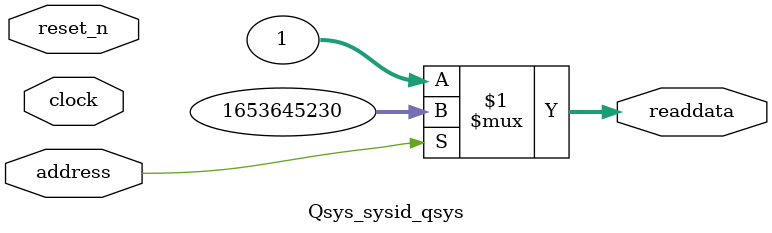
<source format=v>



// synthesis translate_off
`timescale 1ns / 1ps
// synthesis translate_on

// turn off superfluous verilog processor warnings 
// altera message_level Level1 
// altera message_off 10034 10035 10036 10037 10230 10240 10030 

module Qsys_sysid_qsys (
               // inputs:
                address,
                clock,
                reset_n,

               // outputs:
                readdata
             )
;

  output  [ 31: 0] readdata;
  input            address;
  input            clock;
  input            reset_n;

  wire    [ 31: 0] readdata;
  //control_slave, which is an e_avalon_slave
  assign readdata = address ? 1653645230 : 1;

endmodule



</source>
